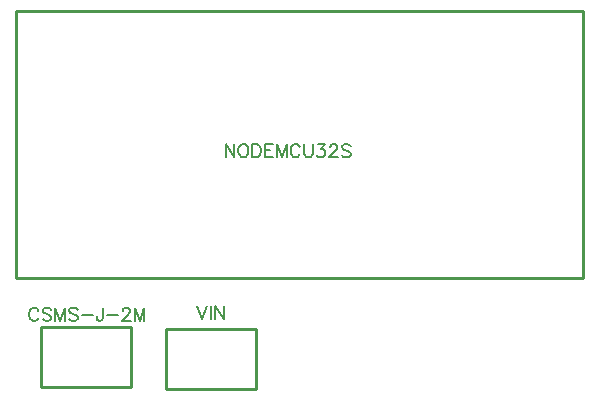
<source format=gto>
G04 Layer: TopSilkLayer*
G04 EasyEDA v6.4.17, 2021-02-24T11:03:34+07:00*
G04 ef73d0174efa4e16a56b608a547b3d4a,ed1066999ab64682bb259e5b7afb0417,10*
G04 Gerber Generator version 0.2*
G04 Scale: 100 percent, Rotated: No, Reflected: No *
G04 Dimensions in inches *
G04 leading zeros omitted , absolute positions ,3 integer and 6 decimal *
%FSLAX36Y36*%
%MOIN*%

%ADD10C,0.0100*%
%ADD13C,0.0060*%

%LPD*%
D13*
X750000Y325399D02*
G01*
X766400Y282500D01*
X782700Y325399D02*
G01*
X766400Y282500D01*
X796199Y325399D02*
G01*
X796199Y282500D01*
X809700Y325399D02*
G01*
X809700Y282500D01*
X809700Y325399D02*
G01*
X838400Y282500D01*
X838400Y325399D02*
G01*
X838400Y282500D01*
X220700Y310199D02*
G01*
X218600Y314299D01*
X214499Y318400D01*
X210500Y320399D01*
X202300Y320399D01*
X198200Y318400D01*
X194099Y314299D01*
X191999Y310199D01*
X190000Y304000D01*
X190000Y293800D01*
X191999Y287699D01*
X194099Y283600D01*
X198200Y279499D01*
X202300Y277500D01*
X210500Y277500D01*
X214499Y279499D01*
X218600Y283600D01*
X220700Y287699D01*
X262800Y314299D02*
G01*
X258699Y318400D01*
X252600Y320399D01*
X244400Y320399D01*
X238299Y318400D01*
X234200Y314299D01*
X234200Y310199D01*
X236199Y306100D01*
X238299Y304000D01*
X242399Y301999D01*
X254600Y297899D01*
X258699Y295900D01*
X260799Y293800D01*
X262800Y289699D01*
X262800Y283600D01*
X258699Y279499D01*
X252600Y277500D01*
X244400Y277500D01*
X238299Y279499D01*
X234200Y283600D01*
X276300Y320399D02*
G01*
X276300Y277500D01*
X276300Y320399D02*
G01*
X292699Y277500D01*
X309000Y320399D02*
G01*
X292699Y277500D01*
X309000Y320399D02*
G01*
X309000Y277500D01*
X351199Y314299D02*
G01*
X347100Y318400D01*
X340999Y320399D01*
X332800Y320399D01*
X326599Y318400D01*
X322500Y314299D01*
X322500Y310199D01*
X324600Y306100D01*
X326599Y304000D01*
X330700Y301999D01*
X343000Y297899D01*
X347100Y295900D01*
X349099Y293800D01*
X351199Y289699D01*
X351199Y283600D01*
X347100Y279499D01*
X340999Y277500D01*
X332800Y277500D01*
X326599Y279499D01*
X322500Y283600D01*
X364699Y295900D02*
G01*
X401499Y295900D01*
X435500Y320399D02*
G01*
X435500Y287699D01*
X433400Y281500D01*
X431400Y279499D01*
X427299Y277500D01*
X423199Y277500D01*
X419099Y279499D01*
X416999Y281500D01*
X415000Y287699D01*
X415000Y291799D01*
X448999Y295900D02*
G01*
X485799Y295900D01*
X501300Y310199D02*
G01*
X501300Y312199D01*
X503400Y316300D01*
X505399Y318400D01*
X509499Y320399D01*
X517700Y320399D01*
X521800Y318400D01*
X523800Y316300D01*
X525900Y312199D01*
X525900Y308099D01*
X523800Y304000D01*
X519700Y297899D01*
X499300Y277500D01*
X527899Y277500D01*
X541400Y320399D02*
G01*
X541400Y277500D01*
X541400Y320399D02*
G01*
X557799Y277500D01*
X574099Y320399D02*
G01*
X557799Y277500D01*
X574099Y320399D02*
G01*
X574099Y277500D01*
X845000Y865399D02*
G01*
X845000Y822500D01*
X845000Y865399D02*
G01*
X873599Y822500D01*
X873599Y865399D02*
G01*
X873599Y822500D01*
X899399Y865399D02*
G01*
X895299Y863400D01*
X891199Y859299D01*
X889200Y855199D01*
X887100Y849000D01*
X887100Y838800D01*
X889200Y832699D01*
X891199Y828600D01*
X895299Y824499D01*
X899399Y822500D01*
X907600Y822500D01*
X911700Y824499D01*
X915799Y828600D01*
X917799Y832699D01*
X919899Y838800D01*
X919899Y849000D01*
X917799Y855199D01*
X915799Y859299D01*
X911700Y863400D01*
X907600Y865399D01*
X899399Y865399D01*
X933400Y865399D02*
G01*
X933400Y822500D01*
X933400Y865399D02*
G01*
X947700Y865399D01*
X953800Y863400D01*
X957899Y859299D01*
X960000Y855199D01*
X961999Y849000D01*
X961999Y838800D01*
X960000Y832699D01*
X957899Y828600D01*
X953800Y824499D01*
X947700Y822500D01*
X933400Y822500D01*
X975500Y865399D02*
G01*
X975500Y822500D01*
X975500Y865399D02*
G01*
X1002100Y865399D01*
X975500Y845000D02*
G01*
X991899Y845000D01*
X975500Y822500D02*
G01*
X1002100Y822500D01*
X1015600Y865399D02*
G01*
X1015600Y822500D01*
X1015600Y865399D02*
G01*
X1031999Y822500D01*
X1048299Y865399D02*
G01*
X1031999Y822500D01*
X1048299Y865399D02*
G01*
X1048299Y822500D01*
X1092500Y855199D02*
G01*
X1090500Y859299D01*
X1086400Y863400D01*
X1082299Y865399D01*
X1074099Y865399D01*
X1070000Y863400D01*
X1065900Y859299D01*
X1063900Y855199D01*
X1061800Y849000D01*
X1061800Y838800D01*
X1063900Y832699D01*
X1065900Y828600D01*
X1070000Y824499D01*
X1074099Y822500D01*
X1082299Y822500D01*
X1086400Y824499D01*
X1090500Y828600D01*
X1092500Y832699D01*
X1106000Y865399D02*
G01*
X1106000Y834699D01*
X1108000Y828600D01*
X1112100Y824499D01*
X1118299Y822500D01*
X1122399Y822500D01*
X1128500Y824499D01*
X1132600Y828600D01*
X1134600Y834699D01*
X1134600Y865399D01*
X1152200Y865399D02*
G01*
X1174700Y865399D01*
X1162500Y849000D01*
X1168599Y849000D01*
X1172700Y846999D01*
X1174700Y845000D01*
X1176800Y838800D01*
X1176800Y834699D01*
X1174700Y828600D01*
X1170600Y824499D01*
X1164499Y822500D01*
X1158400Y822500D01*
X1152200Y824499D01*
X1150200Y826500D01*
X1148100Y830599D01*
X1192299Y855199D02*
G01*
X1192299Y857199D01*
X1194399Y861300D01*
X1196400Y863400D01*
X1200500Y865399D01*
X1208699Y865399D01*
X1212799Y863400D01*
X1214799Y861300D01*
X1216899Y857199D01*
X1216899Y853099D01*
X1214799Y849000D01*
X1210699Y842899D01*
X1190299Y822500D01*
X1218900Y822500D01*
X1261000Y859299D02*
G01*
X1256999Y863400D01*
X1250799Y865399D01*
X1242600Y865399D01*
X1236499Y863400D01*
X1232399Y859299D01*
X1232399Y855199D01*
X1234499Y851100D01*
X1236499Y849000D01*
X1240600Y846999D01*
X1252899Y842899D01*
X1256999Y840900D01*
X1258999Y838800D01*
X1261000Y834699D01*
X1261000Y828600D01*
X1256999Y824499D01*
X1250799Y822500D01*
X1242600Y822500D01*
X1236499Y824499D01*
X1232399Y828600D01*
D10*
X945000Y250000D02*
G01*
X945000Y50000D01*
X645000Y50000D01*
X645000Y250000D01*
X945000Y250000D01*
X530000Y255000D02*
G01*
X530000Y55000D01*
X230000Y55000D01*
X230000Y255000D01*
X530000Y255000D01*
X145000Y420000D02*
G01*
X145000Y1310000D01*
X2035000Y1310000D01*
X2035000Y420000D01*
X145000Y420000D01*
M02*

</source>
